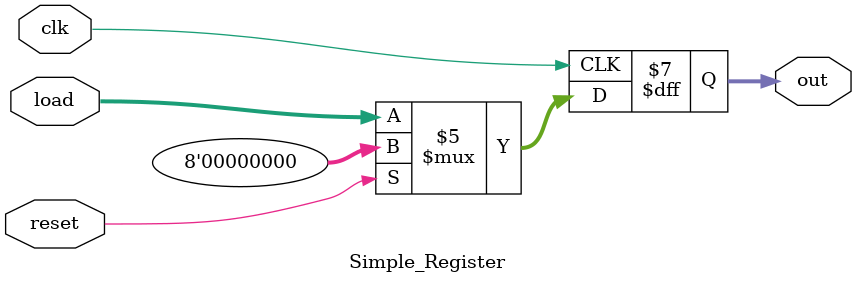
<source format=v>

module Simple_Register #(parameter W=8)(clk, reset, load, out);

	input [W-1:0] load;
	input clk, reset;
	
	output reg [W-1:0] out;
	
	initial begin
		out <= 0;
	end
	
	always @ (posedge clk)
	begin
		//check reset
		if(reset == 1) begin
			out <= 0;
		end else begin
			out <= load[7:0];
		end
 	
	end
	
endmodule

</source>
